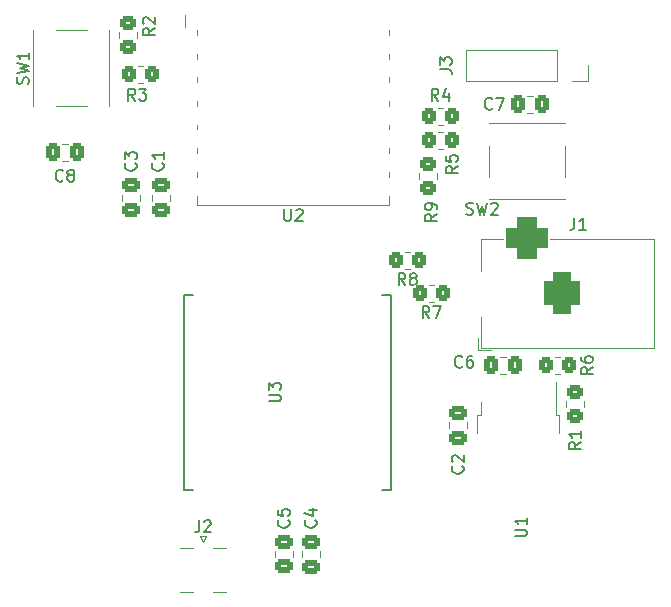
<source format=gto>
G04 #@! TF.GenerationSoftware,KiCad,Pcbnew,6.0.10*
G04 #@! TF.CreationDate,2023-04-28T22:54:55-05:00*
G04 #@! TF.ProjectId,base,62617365-2e6b-4696-9361-645f70636258,rev?*
G04 #@! TF.SameCoordinates,Original*
G04 #@! TF.FileFunction,Legend,Top*
G04 #@! TF.FilePolarity,Positive*
%FSLAX46Y46*%
G04 Gerber Fmt 4.6, Leading zero omitted, Abs format (unit mm)*
G04 Created by KiCad (PCBNEW 6.0.10) date 2023-04-28 22:54:55*
%MOMM*%
%LPD*%
G01*
G04 APERTURE LIST*
G04 Aperture macros list*
%AMRoundRect*
0 Rectangle with rounded corners*
0 $1 Rounding radius*
0 $2 $3 $4 $5 $6 $7 $8 $9 X,Y pos of 4 corners*
0 Add a 4 corners polygon primitive as box body*
4,1,4,$2,$3,$4,$5,$6,$7,$8,$9,$2,$3,0*
0 Add four circle primitives for the rounded corners*
1,1,$1+$1,$2,$3*
1,1,$1+$1,$4,$5*
1,1,$1+$1,$6,$7*
1,1,$1+$1,$8,$9*
0 Add four rect primitives between the rounded corners*
20,1,$1+$1,$2,$3,$4,$5,0*
20,1,$1+$1,$4,$5,$6,$7,0*
20,1,$1+$1,$6,$7,$8,$9,0*
20,1,$1+$1,$8,$9,$2,$3,0*%
G04 Aperture macros list end*
%ADD10C,0.150000*%
%ADD11C,0.120000*%
%ADD12RoundRect,0.250000X0.350000X0.450000X-0.350000X0.450000X-0.350000X-0.450000X0.350000X-0.450000X0*%
%ADD13RoundRect,0.250000X0.337500X0.475000X-0.337500X0.475000X-0.337500X-0.475000X0.337500X-0.475000X0*%
%ADD14RoundRect,0.250000X0.475000X-0.337500X0.475000X0.337500X-0.475000X0.337500X-0.475000X-0.337500X0*%
%ADD15RoundRect,0.250000X-0.337500X-0.475000X0.337500X-0.475000X0.337500X0.475000X-0.337500X0.475000X0*%
%ADD16R,1.700000X1.700000*%
%ADD17O,1.700000X1.700000*%
%ADD18R,1.550000X1.300000*%
%ADD19R,1.300000X1.550000*%
%ADD20RoundRect,0.250000X-0.350000X-0.450000X0.350000X-0.450000X0.350000X0.450000X-0.350000X0.450000X0*%
%ADD21RoundRect,0.250000X-0.450000X0.350000X-0.450000X-0.350000X0.450000X-0.350000X0.450000X0.350000X0*%
%ADD22R,1.270000X3.600000*%
%ADD23R,1.350000X4.200000*%
%ADD24RoundRect,0.250000X0.450000X-0.350000X0.450000X0.350000X-0.450000X0.350000X-0.450000X-0.350000X0*%
%ADD25R,1.500000X2.000000*%
%ADD26R,1.200000X2.200000*%
%ADD27R,5.800000X6.400000*%
%ADD28R,3.500000X3.500000*%
%ADD29RoundRect,0.750000X0.750000X1.000000X-0.750000X1.000000X-0.750000X-1.000000X0.750000X-1.000000X0*%
%ADD30RoundRect,0.875000X0.875000X0.875000X-0.875000X0.875000X-0.875000X-0.875000X0.875000X-0.875000X0*%
%ADD31RoundRect,0.250000X-0.475000X0.337500X-0.475000X-0.337500X0.475000X-0.337500X0.475000X0.337500X0*%
%ADD32R,2.500000X1.000000*%
G04 APERTURE END LIST*
D10*
X158345333Y-112592380D02*
X158012000Y-112116190D01*
X157773904Y-112592380D02*
X157773904Y-111592380D01*
X158154857Y-111592380D01*
X158250095Y-111640000D01*
X158297714Y-111687619D01*
X158345333Y-111782857D01*
X158345333Y-111925714D01*
X158297714Y-112020952D01*
X158250095Y-112068571D01*
X158154857Y-112116190D01*
X157773904Y-112116190D01*
X158678666Y-111592380D02*
X159345333Y-111592380D01*
X158916761Y-112592380D01*
X161123333Y-116689142D02*
X161075714Y-116736761D01*
X160932857Y-116784380D01*
X160837619Y-116784380D01*
X160694761Y-116736761D01*
X160599523Y-116641523D01*
X160551904Y-116546285D01*
X160504285Y-116355809D01*
X160504285Y-116212952D01*
X160551904Y-116022476D01*
X160599523Y-115927238D01*
X160694761Y-115832000D01*
X160837619Y-115784380D01*
X160932857Y-115784380D01*
X161075714Y-115832000D01*
X161123333Y-115879619D01*
X161980476Y-115784380D02*
X161790000Y-115784380D01*
X161694761Y-115832000D01*
X161647142Y-115879619D01*
X161551904Y-116022476D01*
X161504285Y-116212952D01*
X161504285Y-116593904D01*
X161551904Y-116689142D01*
X161599523Y-116736761D01*
X161694761Y-116784380D01*
X161885238Y-116784380D01*
X161980476Y-116736761D01*
X162028095Y-116689142D01*
X162075714Y-116593904D01*
X162075714Y-116355809D01*
X162028095Y-116260571D01*
X161980476Y-116212952D01*
X161885238Y-116165333D01*
X161694761Y-116165333D01*
X161599523Y-116212952D01*
X161551904Y-116260571D01*
X161504285Y-116355809D01*
X135739142Y-99480666D02*
X135786761Y-99528285D01*
X135834380Y-99671142D01*
X135834380Y-99766380D01*
X135786761Y-99909238D01*
X135691523Y-100004476D01*
X135596285Y-100052095D01*
X135405809Y-100099714D01*
X135262952Y-100099714D01*
X135072476Y-100052095D01*
X134977238Y-100004476D01*
X134882000Y-99909238D01*
X134834380Y-99766380D01*
X134834380Y-99671142D01*
X134882000Y-99528285D01*
X134929619Y-99480666D01*
X135834380Y-98528285D02*
X135834380Y-99099714D01*
X135834380Y-98814000D02*
X134834380Y-98814000D01*
X134977238Y-98909238D01*
X135072476Y-99004476D01*
X135120095Y-99099714D01*
X127319833Y-100941142D02*
X127272214Y-100988761D01*
X127129357Y-101036380D01*
X127034119Y-101036380D01*
X126891261Y-100988761D01*
X126796023Y-100893523D01*
X126748404Y-100798285D01*
X126700785Y-100607809D01*
X126700785Y-100464952D01*
X126748404Y-100274476D01*
X126796023Y-100179238D01*
X126891261Y-100084000D01*
X127034119Y-100036380D01*
X127129357Y-100036380D01*
X127272214Y-100084000D01*
X127319833Y-100131619D01*
X127891261Y-100464952D02*
X127796023Y-100417333D01*
X127748404Y-100369714D01*
X127700785Y-100274476D01*
X127700785Y-100226857D01*
X127748404Y-100131619D01*
X127796023Y-100084000D01*
X127891261Y-100036380D01*
X128081738Y-100036380D01*
X128176976Y-100084000D01*
X128224595Y-100131619D01*
X128272214Y-100226857D01*
X128272214Y-100274476D01*
X128224595Y-100369714D01*
X128176976Y-100417333D01*
X128081738Y-100464952D01*
X127891261Y-100464952D01*
X127796023Y-100512571D01*
X127748404Y-100560190D01*
X127700785Y-100655428D01*
X127700785Y-100845904D01*
X127748404Y-100941142D01*
X127796023Y-100988761D01*
X127891261Y-101036380D01*
X128081738Y-101036380D01*
X128176976Y-100988761D01*
X128224595Y-100941142D01*
X128272214Y-100845904D01*
X128272214Y-100655428D01*
X128224595Y-100560190D01*
X128176976Y-100512571D01*
X128081738Y-100464952D01*
X159218380Y-91519333D02*
X159932666Y-91519333D01*
X160075523Y-91566952D01*
X160170761Y-91662190D01*
X160218380Y-91805047D01*
X160218380Y-91900285D01*
X159218380Y-91138380D02*
X159218380Y-90519333D01*
X159599333Y-90852666D01*
X159599333Y-90709809D01*
X159646952Y-90614571D01*
X159694571Y-90566952D01*
X159789809Y-90519333D01*
X160027904Y-90519333D01*
X160123142Y-90566952D01*
X160170761Y-90614571D01*
X160218380Y-90709809D01*
X160218380Y-90995523D01*
X160170761Y-91090761D01*
X160123142Y-91138380D01*
X161480666Y-103782761D02*
X161623523Y-103830380D01*
X161861619Y-103830380D01*
X161956857Y-103782761D01*
X162004476Y-103735142D01*
X162052095Y-103639904D01*
X162052095Y-103544666D01*
X162004476Y-103449428D01*
X161956857Y-103401809D01*
X161861619Y-103354190D01*
X161671142Y-103306571D01*
X161575904Y-103258952D01*
X161528285Y-103211333D01*
X161480666Y-103116095D01*
X161480666Y-103020857D01*
X161528285Y-102925619D01*
X161575904Y-102878000D01*
X161671142Y-102830380D01*
X161909238Y-102830380D01*
X162052095Y-102878000D01*
X162385428Y-102830380D02*
X162623523Y-103830380D01*
X162814000Y-103116095D01*
X163004476Y-103830380D01*
X163242571Y-102830380D01*
X163575904Y-102925619D02*
X163623523Y-102878000D01*
X163718761Y-102830380D01*
X163956857Y-102830380D01*
X164052095Y-102878000D01*
X164099714Y-102925619D01*
X164147333Y-103020857D01*
X164147333Y-103116095D01*
X164099714Y-103258952D01*
X163528285Y-103830380D01*
X164147333Y-103830380D01*
X124370761Y-92773333D02*
X124418380Y-92630476D01*
X124418380Y-92392380D01*
X124370761Y-92297142D01*
X124323142Y-92249523D01*
X124227904Y-92201904D01*
X124132666Y-92201904D01*
X124037428Y-92249523D01*
X123989809Y-92297142D01*
X123942190Y-92392380D01*
X123894571Y-92582857D01*
X123846952Y-92678095D01*
X123799333Y-92725714D01*
X123704095Y-92773333D01*
X123608857Y-92773333D01*
X123513619Y-92725714D01*
X123466000Y-92678095D01*
X123418380Y-92582857D01*
X123418380Y-92344761D01*
X123466000Y-92201904D01*
X123418380Y-91868571D02*
X124418380Y-91630476D01*
X123704095Y-91440000D01*
X124418380Y-91249523D01*
X123418380Y-91011428D01*
X124418380Y-90106666D02*
X124418380Y-90678095D01*
X124418380Y-90392380D02*
X123418380Y-90392380D01*
X123561238Y-90487619D01*
X123656476Y-90582857D01*
X123704095Y-90678095D01*
X159107333Y-94178380D02*
X158774000Y-93702190D01*
X158535904Y-94178380D02*
X158535904Y-93178380D01*
X158916857Y-93178380D01*
X159012095Y-93226000D01*
X159059714Y-93273619D01*
X159107333Y-93368857D01*
X159107333Y-93511714D01*
X159059714Y-93606952D01*
X159012095Y-93654571D01*
X158916857Y-93702190D01*
X158535904Y-93702190D01*
X159964476Y-93511714D02*
X159964476Y-94178380D01*
X159726380Y-93130761D02*
X159488285Y-93845047D01*
X160107333Y-93845047D01*
X172156380Y-116752666D02*
X171680190Y-117086000D01*
X172156380Y-117324095D02*
X171156380Y-117324095D01*
X171156380Y-116943142D01*
X171204000Y-116847904D01*
X171251619Y-116800285D01*
X171346857Y-116752666D01*
X171489714Y-116752666D01*
X171584952Y-116800285D01*
X171632571Y-116847904D01*
X171680190Y-116943142D01*
X171680190Y-117324095D01*
X171156380Y-115895523D02*
X171156380Y-116086000D01*
X171204000Y-116181238D01*
X171251619Y-116228857D01*
X171394476Y-116324095D01*
X171584952Y-116371714D01*
X171965904Y-116371714D01*
X172061142Y-116324095D01*
X172108761Y-116276476D01*
X172156380Y-116181238D01*
X172156380Y-115990761D01*
X172108761Y-115895523D01*
X172061142Y-115847904D01*
X171965904Y-115800285D01*
X171727809Y-115800285D01*
X171632571Y-115847904D01*
X171584952Y-115895523D01*
X171537333Y-115990761D01*
X171537333Y-116181238D01*
X171584952Y-116276476D01*
X171632571Y-116324095D01*
X171727809Y-116371714D01*
X133437333Y-94178380D02*
X133104000Y-93702190D01*
X132865904Y-94178380D02*
X132865904Y-93178380D01*
X133246857Y-93178380D01*
X133342095Y-93226000D01*
X133389714Y-93273619D01*
X133437333Y-93368857D01*
X133437333Y-93511714D01*
X133389714Y-93606952D01*
X133342095Y-93654571D01*
X133246857Y-93702190D01*
X132865904Y-93702190D01*
X133770666Y-93178380D02*
X134389714Y-93178380D01*
X134056380Y-93559333D01*
X134199238Y-93559333D01*
X134294476Y-93606952D01*
X134342095Y-93654571D01*
X134389714Y-93749809D01*
X134389714Y-93987904D01*
X134342095Y-94083142D01*
X134294476Y-94130761D01*
X134199238Y-94178380D01*
X133913523Y-94178380D01*
X133818285Y-94130761D01*
X133770666Y-94083142D01*
X133453142Y-99480666D02*
X133500761Y-99528285D01*
X133548380Y-99671142D01*
X133548380Y-99766380D01*
X133500761Y-99909238D01*
X133405523Y-100004476D01*
X133310285Y-100052095D01*
X133119809Y-100099714D01*
X132976952Y-100099714D01*
X132786476Y-100052095D01*
X132691238Y-100004476D01*
X132596000Y-99909238D01*
X132548380Y-99766380D01*
X132548380Y-99671142D01*
X132596000Y-99528285D01*
X132643619Y-99480666D01*
X132548380Y-99147333D02*
X132548380Y-98528285D01*
X132929333Y-98861619D01*
X132929333Y-98718761D01*
X132976952Y-98623523D01*
X133024571Y-98575904D01*
X133119809Y-98528285D01*
X133357904Y-98528285D01*
X133453142Y-98575904D01*
X133500761Y-98623523D01*
X133548380Y-98718761D01*
X133548380Y-99004476D01*
X133500761Y-99099714D01*
X133453142Y-99147333D01*
X158948380Y-103798666D02*
X158472190Y-104132000D01*
X158948380Y-104370095D02*
X157948380Y-104370095D01*
X157948380Y-103989142D01*
X157996000Y-103893904D01*
X158043619Y-103846285D01*
X158138857Y-103798666D01*
X158281714Y-103798666D01*
X158376952Y-103846285D01*
X158424571Y-103893904D01*
X158472190Y-103989142D01*
X158472190Y-104370095D01*
X158948380Y-103322476D02*
X158948380Y-103132000D01*
X158900761Y-103036761D01*
X158853142Y-102989142D01*
X158710285Y-102893904D01*
X158519809Y-102846285D01*
X158138857Y-102846285D01*
X158043619Y-102893904D01*
X157996000Y-102941523D01*
X157948380Y-103036761D01*
X157948380Y-103227238D01*
X157996000Y-103322476D01*
X158043619Y-103370095D01*
X158138857Y-103417714D01*
X158376952Y-103417714D01*
X158472190Y-103370095D01*
X158519809Y-103322476D01*
X158567428Y-103227238D01*
X158567428Y-103036761D01*
X158519809Y-102941523D01*
X158472190Y-102893904D01*
X158376952Y-102846285D01*
X163663333Y-94845142D02*
X163615714Y-94892761D01*
X163472857Y-94940380D01*
X163377619Y-94940380D01*
X163234761Y-94892761D01*
X163139523Y-94797523D01*
X163091904Y-94702285D01*
X163044285Y-94511809D01*
X163044285Y-94368952D01*
X163091904Y-94178476D01*
X163139523Y-94083238D01*
X163234761Y-93988000D01*
X163377619Y-93940380D01*
X163472857Y-93940380D01*
X163615714Y-93988000D01*
X163663333Y-94035619D01*
X163996666Y-93940380D02*
X164663333Y-93940380D01*
X164234761Y-94940380D01*
X138858666Y-129719880D02*
X138858666Y-130434166D01*
X138811047Y-130577023D01*
X138715809Y-130672261D01*
X138572952Y-130719880D01*
X138477714Y-130719880D01*
X139287238Y-129815119D02*
X139334857Y-129767500D01*
X139430095Y-129719880D01*
X139668190Y-129719880D01*
X139763428Y-129767500D01*
X139811047Y-129815119D01*
X139858666Y-129910357D01*
X139858666Y-130005595D01*
X139811047Y-130148452D01*
X139239619Y-130719880D01*
X139858666Y-130719880D01*
X171140380Y-123102666D02*
X170664190Y-123436000D01*
X171140380Y-123674095D02*
X170140380Y-123674095D01*
X170140380Y-123293142D01*
X170188000Y-123197904D01*
X170235619Y-123150285D01*
X170330857Y-123102666D01*
X170473714Y-123102666D01*
X170568952Y-123150285D01*
X170616571Y-123197904D01*
X170664190Y-123293142D01*
X170664190Y-123674095D01*
X171140380Y-122150285D02*
X171140380Y-122721714D01*
X171140380Y-122436000D02*
X170140380Y-122436000D01*
X170283238Y-122531238D01*
X170378476Y-122626476D01*
X170426095Y-122721714D01*
X146407142Y-129706666D02*
X146454761Y-129754285D01*
X146502380Y-129897142D01*
X146502380Y-129992380D01*
X146454761Y-130135238D01*
X146359523Y-130230476D01*
X146264285Y-130278095D01*
X146073809Y-130325714D01*
X145930952Y-130325714D01*
X145740476Y-130278095D01*
X145645238Y-130230476D01*
X145550000Y-130135238D01*
X145502380Y-129992380D01*
X145502380Y-129897142D01*
X145550000Y-129754285D01*
X145597619Y-129706666D01*
X145502380Y-128801904D02*
X145502380Y-129278095D01*
X145978571Y-129325714D01*
X145930952Y-129278095D01*
X145883333Y-129182857D01*
X145883333Y-128944761D01*
X145930952Y-128849523D01*
X145978571Y-128801904D01*
X146073809Y-128754285D01*
X146311904Y-128754285D01*
X146407142Y-128801904D01*
X146454761Y-128849523D01*
X146502380Y-128944761D01*
X146502380Y-129182857D01*
X146454761Y-129278095D01*
X146407142Y-129325714D01*
X160726380Y-99734666D02*
X160250190Y-100068000D01*
X160726380Y-100306095D02*
X159726380Y-100306095D01*
X159726380Y-99925142D01*
X159774000Y-99829904D01*
X159821619Y-99782285D01*
X159916857Y-99734666D01*
X160059714Y-99734666D01*
X160154952Y-99782285D01*
X160202571Y-99829904D01*
X160250190Y-99925142D01*
X160250190Y-100306095D01*
X159726380Y-98829904D02*
X159726380Y-99306095D01*
X160202571Y-99353714D01*
X160154952Y-99306095D01*
X160107333Y-99210857D01*
X160107333Y-98972761D01*
X160154952Y-98877523D01*
X160202571Y-98829904D01*
X160297809Y-98782285D01*
X160535904Y-98782285D01*
X160631142Y-98829904D01*
X160678761Y-98877523D01*
X160726380Y-98972761D01*
X160726380Y-99210857D01*
X160678761Y-99306095D01*
X160631142Y-99353714D01*
X135072380Y-88050666D02*
X134596190Y-88384000D01*
X135072380Y-88622095D02*
X134072380Y-88622095D01*
X134072380Y-88241142D01*
X134120000Y-88145904D01*
X134167619Y-88098285D01*
X134262857Y-88050666D01*
X134405714Y-88050666D01*
X134500952Y-88098285D01*
X134548571Y-88145904D01*
X134596190Y-88241142D01*
X134596190Y-88622095D01*
X134167619Y-87669714D02*
X134120000Y-87622095D01*
X134072380Y-87526857D01*
X134072380Y-87288761D01*
X134120000Y-87193523D01*
X134167619Y-87145904D01*
X134262857Y-87098285D01*
X134358095Y-87098285D01*
X134500952Y-87145904D01*
X135072380Y-87717333D01*
X135072380Y-87098285D01*
X144756380Y-119633904D02*
X145565904Y-119633904D01*
X145661142Y-119586285D01*
X145708761Y-119538666D01*
X145756380Y-119443428D01*
X145756380Y-119252952D01*
X145708761Y-119157714D01*
X145661142Y-119110095D01*
X145565904Y-119062476D01*
X144756380Y-119062476D01*
X144756380Y-118681523D02*
X144756380Y-118062476D01*
X145137333Y-118395809D01*
X145137333Y-118252952D01*
X145184952Y-118157714D01*
X145232571Y-118110095D01*
X145327809Y-118062476D01*
X145565904Y-118062476D01*
X145661142Y-118110095D01*
X145708761Y-118157714D01*
X145756380Y-118252952D01*
X145756380Y-118538666D01*
X145708761Y-118633904D01*
X145661142Y-118681523D01*
X165568380Y-131063904D02*
X166377904Y-131063904D01*
X166473142Y-131016285D01*
X166520761Y-130968666D01*
X166568380Y-130873428D01*
X166568380Y-130682952D01*
X166520761Y-130587714D01*
X166473142Y-130540095D01*
X166377904Y-130492476D01*
X165568380Y-130492476D01*
X166568380Y-129492476D02*
X166568380Y-130063904D01*
X166568380Y-129778190D02*
X165568380Y-129778190D01*
X165711238Y-129873428D01*
X165806476Y-129968666D01*
X165854095Y-130063904D01*
X170608666Y-104100380D02*
X170608666Y-104814666D01*
X170561047Y-104957523D01*
X170465809Y-105052761D01*
X170322952Y-105100380D01*
X170227714Y-105100380D01*
X171608666Y-105100380D02*
X171037238Y-105100380D01*
X171322952Y-105100380D02*
X171322952Y-104100380D01*
X171227714Y-104243238D01*
X171132476Y-104338476D01*
X171037238Y-104386095D01*
X148693142Y-129706666D02*
X148740761Y-129754285D01*
X148788380Y-129897142D01*
X148788380Y-129992380D01*
X148740761Y-130135238D01*
X148645523Y-130230476D01*
X148550285Y-130278095D01*
X148359809Y-130325714D01*
X148216952Y-130325714D01*
X148026476Y-130278095D01*
X147931238Y-130230476D01*
X147836000Y-130135238D01*
X147788380Y-129992380D01*
X147788380Y-129897142D01*
X147836000Y-129754285D01*
X147883619Y-129706666D01*
X148121714Y-128849523D02*
X148788380Y-128849523D01*
X147740761Y-129087619D02*
X148455047Y-129325714D01*
X148455047Y-128706666D01*
X161139142Y-125134666D02*
X161186761Y-125182285D01*
X161234380Y-125325142D01*
X161234380Y-125420380D01*
X161186761Y-125563238D01*
X161091523Y-125658476D01*
X160996285Y-125706095D01*
X160805809Y-125753714D01*
X160662952Y-125753714D01*
X160472476Y-125706095D01*
X160377238Y-125658476D01*
X160282000Y-125563238D01*
X160234380Y-125420380D01*
X160234380Y-125325142D01*
X160282000Y-125182285D01*
X160329619Y-125134666D01*
X160329619Y-124753714D02*
X160282000Y-124706095D01*
X160234380Y-124610857D01*
X160234380Y-124372761D01*
X160282000Y-124277523D01*
X160329619Y-124229904D01*
X160424857Y-124182285D01*
X160520095Y-124182285D01*
X160662952Y-124229904D01*
X161234380Y-124801333D01*
X161234380Y-124182285D01*
X156313333Y-109798380D02*
X155980000Y-109322190D01*
X155741904Y-109798380D02*
X155741904Y-108798380D01*
X156122857Y-108798380D01*
X156218095Y-108846000D01*
X156265714Y-108893619D01*
X156313333Y-108988857D01*
X156313333Y-109131714D01*
X156265714Y-109226952D01*
X156218095Y-109274571D01*
X156122857Y-109322190D01*
X155741904Y-109322190D01*
X156884761Y-109226952D02*
X156789523Y-109179333D01*
X156741904Y-109131714D01*
X156694285Y-109036476D01*
X156694285Y-108988857D01*
X156741904Y-108893619D01*
X156789523Y-108846000D01*
X156884761Y-108798380D01*
X157075238Y-108798380D01*
X157170476Y-108846000D01*
X157218095Y-108893619D01*
X157265714Y-108988857D01*
X157265714Y-109036476D01*
X157218095Y-109131714D01*
X157170476Y-109179333D01*
X157075238Y-109226952D01*
X156884761Y-109226952D01*
X156789523Y-109274571D01*
X156741904Y-109322190D01*
X156694285Y-109417428D01*
X156694285Y-109607904D01*
X156741904Y-109703142D01*
X156789523Y-109750761D01*
X156884761Y-109798380D01*
X157075238Y-109798380D01*
X157170476Y-109750761D01*
X157218095Y-109703142D01*
X157265714Y-109607904D01*
X157265714Y-109417428D01*
X157218095Y-109322190D01*
X157170476Y-109274571D01*
X157075238Y-109226952D01*
X146051095Y-103373380D02*
X146051095Y-104182904D01*
X146098714Y-104278142D01*
X146146333Y-104325761D01*
X146241571Y-104373380D01*
X146432047Y-104373380D01*
X146527285Y-104325761D01*
X146574904Y-104278142D01*
X146622523Y-104182904D01*
X146622523Y-103373380D01*
X147051095Y-103468619D02*
X147098714Y-103421000D01*
X147193952Y-103373380D01*
X147432047Y-103373380D01*
X147527285Y-103421000D01*
X147574904Y-103468619D01*
X147622523Y-103563857D01*
X147622523Y-103659095D01*
X147574904Y-103801952D01*
X147003476Y-104373380D01*
X147622523Y-104373380D01*
D11*
X158739064Y-111225000D02*
X158284936Y-111225000D01*
X158739064Y-109755000D02*
X158284936Y-109755000D01*
X164831752Y-117321000D02*
X164309248Y-117321000D01*
X164831752Y-115851000D02*
X164309248Y-115851000D01*
X134901000Y-102653252D02*
X134901000Y-102130748D01*
X136371000Y-102653252D02*
X136371000Y-102130748D01*
X127225248Y-99287000D02*
X127747752Y-99287000D01*
X127225248Y-97817000D02*
X127747752Y-97817000D01*
X169164000Y-89856000D02*
X169164000Y-92516000D01*
X171764000Y-92516000D02*
X170434000Y-92516000D01*
X161484000Y-89856000D02*
X161484000Y-92516000D01*
X171764000Y-91186000D02*
X171764000Y-92516000D01*
X169164000Y-89856000D02*
X161484000Y-89856000D01*
X169164000Y-92516000D02*
X161484000Y-92516000D01*
X169854000Y-98014000D02*
X169854000Y-100614000D01*
X163394000Y-102544000D02*
X169854000Y-102544000D01*
X163394000Y-96084000D02*
X169854000Y-96084000D01*
X163394000Y-98014000D02*
X163394000Y-100614000D01*
X163394000Y-102544000D02*
X163394000Y-102514000D01*
X169854000Y-96084000D02*
X169854000Y-96114000D01*
X163394000Y-96114000D02*
X163394000Y-96084000D01*
X169854000Y-102544000D02*
X169854000Y-102514000D01*
X124786000Y-94670000D02*
X124786000Y-88210000D01*
X131246000Y-94670000D02*
X131216000Y-94670000D01*
X131246000Y-88210000D02*
X131216000Y-88210000D01*
X126716000Y-94670000D02*
X129316000Y-94670000D01*
X124786000Y-88210000D02*
X124816000Y-88210000D01*
X124816000Y-94670000D02*
X124786000Y-94670000D01*
X126716000Y-88210000D02*
X129316000Y-88210000D01*
X131246000Y-94670000D02*
X131246000Y-88210000D01*
X159501064Y-94769000D02*
X159046936Y-94769000D01*
X159501064Y-96239000D02*
X159046936Y-96239000D01*
X168952936Y-117321000D02*
X169407064Y-117321000D01*
X168952936Y-115851000D02*
X169407064Y-115851000D01*
X133646936Y-91213000D02*
X134101064Y-91213000D01*
X133646936Y-92683000D02*
X134101064Y-92683000D01*
X132361000Y-102653252D02*
X132361000Y-102130748D01*
X133831000Y-102653252D02*
X133831000Y-102130748D01*
X157507000Y-100340936D02*
X157507000Y-100795064D01*
X158977000Y-100340936D02*
X158977000Y-100795064D01*
X166595248Y-95223000D02*
X167117752Y-95223000D01*
X166595248Y-93753000D02*
X167117752Y-93753000D01*
X140032000Y-132057500D02*
X141142000Y-132057500D01*
X137242000Y-135767500D02*
X138352000Y-135767500D01*
X139192000Y-131507500D02*
X139442000Y-131007500D01*
X138942000Y-131007500D02*
X139192000Y-131507500D01*
X137242000Y-132057500D02*
X138352000Y-132057500D01*
X139442000Y-131007500D02*
X138942000Y-131007500D01*
X140032000Y-135767500D02*
X141142000Y-135767500D01*
X169953000Y-120099064D02*
X169953000Y-119644936D01*
X171423000Y-120099064D02*
X171423000Y-119644936D01*
X145315000Y-132827752D02*
X145315000Y-132305248D01*
X146785000Y-132827752D02*
X146785000Y-132305248D01*
X159501064Y-98271000D02*
X159046936Y-98271000D01*
X159501064Y-96801000D02*
X159046936Y-96801000D01*
X133577000Y-88857064D02*
X133577000Y-88402936D01*
X132107000Y-88857064D02*
X132107000Y-88402936D01*
D10*
X137554000Y-110622000D02*
X138304000Y-110622000D01*
X155054000Y-110622000D02*
X154304000Y-110622000D01*
X154304000Y-127122000D02*
X155054000Y-127122000D01*
X138304000Y-127122000D02*
X137554000Y-127122000D01*
X137554000Y-127122000D02*
X137554000Y-110622000D01*
X155054000Y-127122000D02*
X155054000Y-110622000D01*
D11*
X169311000Y-122303000D02*
X169311000Y-120803000D01*
X162411000Y-122303000D02*
X162411000Y-120803000D01*
X169041000Y-120803000D02*
X169041000Y-117973000D01*
X162681000Y-120803000D02*
X162681000Y-119703000D01*
X169311000Y-120803000D02*
X169041000Y-120803000D01*
X162411000Y-120803000D02*
X162681000Y-120803000D01*
X162676000Y-115090000D02*
X162676000Y-112490000D01*
X168576000Y-105890000D02*
X177376000Y-105890000D01*
X162676000Y-108590000D02*
X162676000Y-105890000D01*
X177376000Y-105890000D02*
X177376000Y-115090000D01*
X162476000Y-114240000D02*
X162476000Y-115290000D01*
X162676000Y-105890000D02*
X164576000Y-105890000D01*
X163526000Y-115290000D02*
X162476000Y-115290000D01*
X177376000Y-115090000D02*
X162676000Y-115090000D01*
X149071000Y-132849252D02*
X149071000Y-132326748D01*
X147601000Y-132849252D02*
X147601000Y-132326748D01*
X161517000Y-121404748D02*
X161517000Y-121927252D01*
X160047000Y-121404748D02*
X160047000Y-121927252D01*
X156707064Y-108431000D02*
X156252936Y-108431000D01*
X156707064Y-106961000D02*
X156252936Y-106961000D01*
X154933000Y-94621000D02*
X154933000Y-94221000D01*
X154933000Y-103041000D02*
X138693000Y-103041000D01*
X138693000Y-94621000D02*
X138693000Y-94221000D01*
X138693000Y-92621000D02*
X138693000Y-92221000D01*
X154933000Y-88621000D02*
X154933000Y-88221000D01*
X154933000Y-90621000D02*
X154933000Y-90221000D01*
X138693000Y-100621000D02*
X138693000Y-100221000D01*
X154933000Y-92621000D02*
X154933000Y-92221000D01*
X154933000Y-100621000D02*
X154933000Y-100221000D01*
X137663000Y-86921000D02*
X137663000Y-87921000D01*
X154933000Y-102221000D02*
X154933000Y-103041000D01*
X138693000Y-88621000D02*
X138693000Y-88221000D01*
X154933000Y-98621000D02*
X154933000Y-98221000D01*
X138693000Y-103041000D02*
X138693000Y-102221000D01*
X138693000Y-96621000D02*
X138693000Y-96221000D01*
X138693000Y-98621000D02*
X138693000Y-98221000D01*
X138693000Y-90621000D02*
X138693000Y-90221000D01*
X154933000Y-96621000D02*
X154933000Y-96221000D01*
%LPC*%
D12*
X159512000Y-110490000D03*
X157512000Y-110490000D03*
D13*
X165608000Y-116586000D03*
X163533000Y-116586000D03*
D14*
X135636000Y-103429500D03*
X135636000Y-101354500D03*
D15*
X126449000Y-98552000D03*
X128524000Y-98552000D03*
D16*
X170434000Y-91186000D03*
D17*
X167894000Y-91186000D03*
X165354000Y-91186000D03*
X162814000Y-91186000D03*
D18*
X170599000Y-97064000D03*
X162649000Y-97064000D03*
X162649000Y-101564000D03*
X170599000Y-101564000D03*
D19*
X125766000Y-87465000D03*
X125766000Y-95415000D03*
X130266000Y-95415000D03*
X130266000Y-87465000D03*
D12*
X160274000Y-95504000D03*
X158274000Y-95504000D03*
D20*
X168180000Y-116586000D03*
X170180000Y-116586000D03*
X132874000Y-91948000D03*
X134874000Y-91948000D03*
D14*
X133096000Y-103429500D03*
X133096000Y-101354500D03*
D21*
X158242000Y-99568000D03*
X158242000Y-101568000D03*
D15*
X165819000Y-94488000D03*
X167894000Y-94488000D03*
D22*
X139192000Y-133967500D03*
D23*
X142017000Y-133767500D03*
X136367000Y-133767500D03*
D24*
X170688000Y-120872000D03*
X170688000Y-118872000D03*
D14*
X146050000Y-133604000D03*
X146050000Y-131529000D03*
D12*
X160274000Y-97536000D03*
X158274000Y-97536000D03*
D24*
X132842000Y-89630000D03*
X132842000Y-87630000D03*
D25*
X139304000Y-126872000D03*
X141304000Y-126872000D03*
X143304000Y-126872000D03*
X145304000Y-126872000D03*
X147304000Y-126872000D03*
X149304000Y-126872000D03*
X151304000Y-126872000D03*
X153304000Y-126872000D03*
X153304000Y-110872000D03*
X151304000Y-110872000D03*
X149304000Y-110872000D03*
X147304000Y-110872000D03*
X145304000Y-110872000D03*
X143304000Y-110872000D03*
X141304000Y-110872000D03*
X139304000Y-110872000D03*
D26*
X168141000Y-119073000D03*
D27*
X165861000Y-125373000D03*
D26*
X163581000Y-119073000D03*
D28*
X163576000Y-110490000D03*
D29*
X169576000Y-110490000D03*
D30*
X166576000Y-105790000D03*
D14*
X148336000Y-133625500D03*
X148336000Y-131550500D03*
D31*
X160782000Y-120628500D03*
X160782000Y-122703500D03*
D12*
X157480000Y-107696000D03*
X155480000Y-107696000D03*
D32*
X139213000Y-87421000D03*
X139213000Y-89421000D03*
X139213000Y-91421000D03*
X139213000Y-93421000D03*
X139213000Y-95421000D03*
X139213000Y-97421000D03*
X139213000Y-99421000D03*
X139213000Y-101421000D03*
X154413000Y-101421000D03*
X154413000Y-99421000D03*
X154413000Y-97421000D03*
X154413000Y-95421000D03*
X154413000Y-93421000D03*
X154413000Y-91421000D03*
X154413000Y-89421000D03*
X154413000Y-87421000D03*
M02*

</source>
